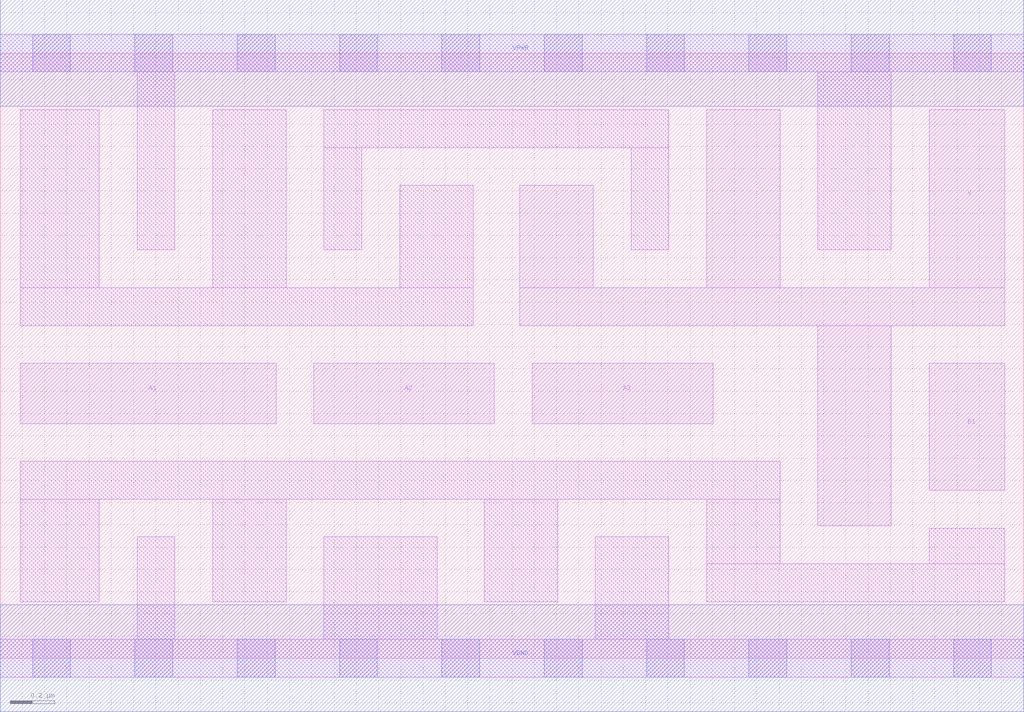
<source format=lef>
# Copyright 2020 The SkyWater PDK Authors
#
# Licensed under the Apache License, Version 2.0 (the "License");
# you may not use this file except in compliance with the License.
# You may obtain a copy of the License at
#
#     https://www.apache.org/licenses/LICENSE-2.0
#
# Unless required by applicable law or agreed to in writing, software
# distributed under the License is distributed on an "AS IS" BASIS,
# WITHOUT WARRANTIES OR CONDITIONS OF ANY KIND, either express or implied.
# See the License for the specific language governing permissions and
# limitations under the License.
#
# SPDX-License-Identifier: Apache-2.0

VERSION 5.7 ;
  NOWIREEXTENSIONATPIN ON ;
  DIVIDERCHAR "/" ;
  BUSBITCHARS "[]" ;
UNITS
  DATABASE MICRONS 200 ;
END UNITS
MACRO sky130_fd_sc_hd__o31ai_2
  CLASS CORE ;
  FOREIGN sky130_fd_sc_hd__o31ai_2 ;
  ORIGIN  0.000000  0.000000 ;
  SIZE  4.600000 BY  2.720000 ;
  SYMMETRY X Y R90 ;
  SITE unithd ;
  PIN A1
    ANTENNAGATEAREA  0.495000 ;
    DIRECTION INPUT ;
    USE SIGNAL ;
    PORT
      LAYER li1 ;
        RECT 0.090000 1.055000 1.240000 1.325000 ;
    END
  END A1
  PIN A2
    ANTENNAGATEAREA  0.495000 ;
    DIRECTION INPUT ;
    USE SIGNAL ;
    PORT
      LAYER li1 ;
        RECT 1.410000 1.055000 2.220000 1.325000 ;
    END
  END A2
  PIN A3
    ANTENNAGATEAREA  0.495000 ;
    DIRECTION INPUT ;
    USE SIGNAL ;
    PORT
      LAYER li1 ;
        RECT 2.390000 1.055000 3.205000 1.325000 ;
    END
  END A3
  PIN B1
    ANTENNAGATEAREA  0.495000 ;
    DIRECTION INPUT ;
    USE SIGNAL ;
    PORT
      LAYER li1 ;
        RECT 4.175000 0.755000 4.515000 1.325000 ;
    END
  END B1
  PIN Y
    ANTENNADIFFAREA  1.063500 ;
    DIRECTION OUTPUT ;
    USE SIGNAL ;
    PORT
      LAYER li1 ;
        RECT 2.335000 1.495000 4.515000 1.665000 ;
        RECT 2.335000 1.665000 2.665000 2.125000 ;
        RECT 3.175000 1.665000 3.505000 2.465000 ;
        RECT 3.675000 0.595000 4.005000 1.495000 ;
        RECT 4.175000 1.665000 4.515000 2.465000 ;
    END
  END Y
  PIN VGND
    DIRECTION INOUT ;
    SHAPE ABUTMENT ;
    USE GROUND ;
    PORT
      LAYER met1 ;
        RECT 0.000000 -0.240000 4.600000 0.240000 ;
    END
  END VGND
  PIN VPWR
    DIRECTION INOUT ;
    SHAPE ABUTMENT ;
    USE POWER ;
    PORT
      LAYER met1 ;
        RECT 0.000000 2.480000 4.600000 2.960000 ;
    END
  END VPWR
  OBS
    LAYER li1 ;
      RECT 0.000000 -0.085000 4.600000 0.085000 ;
      RECT 0.000000  2.635000 4.600000 2.805000 ;
      RECT 0.090000  0.255000 0.445000 0.715000 ;
      RECT 0.090000  0.715000 3.505000 0.885000 ;
      RECT 0.090000  1.495000 2.125000 1.665000 ;
      RECT 0.090000  1.665000 0.445000 2.465000 ;
      RECT 0.615000  0.085000 0.785000 0.545000 ;
      RECT 0.615000  1.835000 0.785000 2.635000 ;
      RECT 0.955000  0.255000 1.285000 0.715000 ;
      RECT 0.955000  1.665000 1.285000 2.465000 ;
      RECT 1.455000  0.085000 1.965000 0.545000 ;
      RECT 1.455000  1.835000 1.625000 2.295000 ;
      RECT 1.455000  2.295000 3.005000 2.465000 ;
      RECT 1.795000  1.665000 2.125000 2.125000 ;
      RECT 2.175000  0.255000 2.505000 0.715000 ;
      RECT 2.675000  0.085000 3.005000 0.545000 ;
      RECT 2.835000  1.835000 3.005000 2.295000 ;
      RECT 3.175000  0.255000 4.515000 0.425000 ;
      RECT 3.175000  0.425000 3.505000 0.715000 ;
      RECT 3.675000  1.835000 4.005000 2.635000 ;
      RECT 4.175000  0.425000 4.515000 0.585000 ;
    LAYER mcon ;
      RECT 0.145000 -0.085000 0.315000 0.085000 ;
      RECT 0.145000  2.635000 0.315000 2.805000 ;
      RECT 0.605000 -0.085000 0.775000 0.085000 ;
      RECT 0.605000  2.635000 0.775000 2.805000 ;
      RECT 1.065000 -0.085000 1.235000 0.085000 ;
      RECT 1.065000  2.635000 1.235000 2.805000 ;
      RECT 1.525000 -0.085000 1.695000 0.085000 ;
      RECT 1.525000  2.635000 1.695000 2.805000 ;
      RECT 1.985000 -0.085000 2.155000 0.085000 ;
      RECT 1.985000  2.635000 2.155000 2.805000 ;
      RECT 2.445000 -0.085000 2.615000 0.085000 ;
      RECT 2.445000  2.635000 2.615000 2.805000 ;
      RECT 2.905000 -0.085000 3.075000 0.085000 ;
      RECT 2.905000  2.635000 3.075000 2.805000 ;
      RECT 3.365000 -0.085000 3.535000 0.085000 ;
      RECT 3.365000  2.635000 3.535000 2.805000 ;
      RECT 3.825000 -0.085000 3.995000 0.085000 ;
      RECT 3.825000  2.635000 3.995000 2.805000 ;
      RECT 4.285000 -0.085000 4.455000 0.085000 ;
      RECT 4.285000  2.635000 4.455000 2.805000 ;
  END
END sky130_fd_sc_hd__o31ai_2
END LIBRARY

</source>
